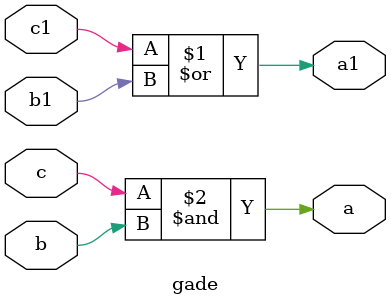
<source format=sv>
module gade(a,a1,b,c,b1,c1);
input b,c,b1,c1;
output a,a1;
// Instantiate OR gate with inertial delay 3
or #3 gg1(a1,c1,b1);
// Instantiate AND gate with rise=2, fall=1 inertial delay
and #(2,1) gg2(a,c,b);
endmodule
</source>
